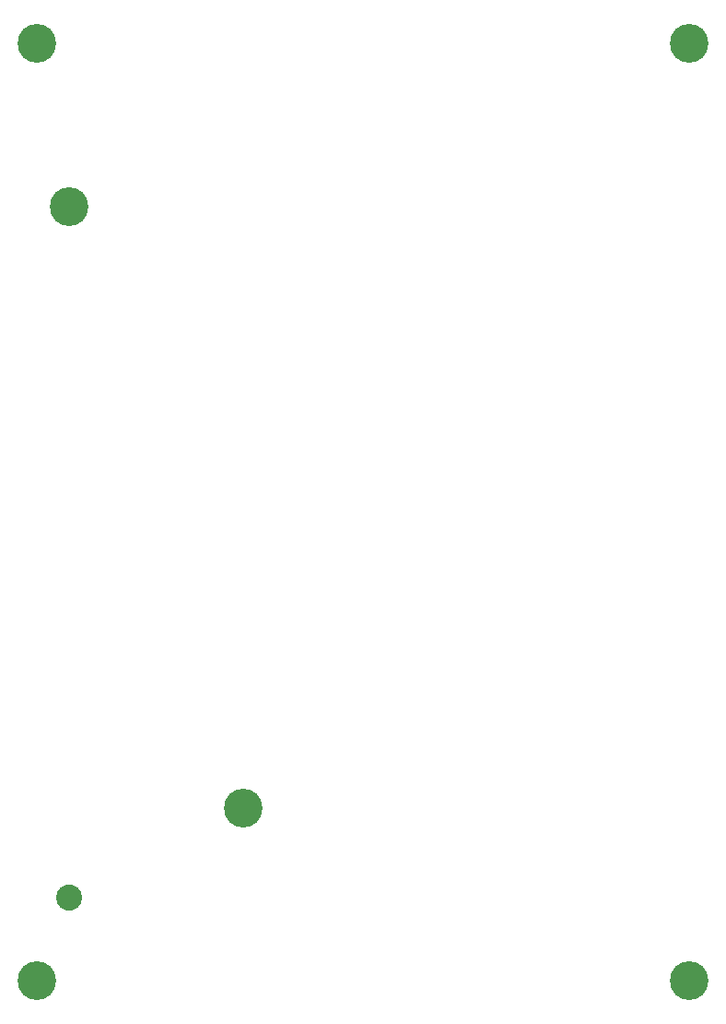
<source format=gbr>
G04 Layer_Color=0*
%FSLAX24Y24*%
%MOIN*%
%TF.FileFunction,NonPlated,1,2,NPTH,Drill*%
%TF.Part,Single*%
G01*
G75*
%TA.AperFunction,ComponentDrill*%
%ADD40C,0.0941*%
%ADD41C,0.1398*%
%TA.AperFunction,OtherDrill,Free Pad (1181.102mil,1299.213mil)*%
%ADD42C,0.1398*%
%TA.AperFunction,OtherDrill,Pad Free-2 (3543.307mil,1299.213mil)*%
%ADD43C,0.1398*%
%TA.AperFunction,OtherDrill,Pad Free-1 (3543.307mil,4685.039mil)*%
%ADD44C,0.1398*%
%TA.AperFunction,OtherDrill,Pad Free-0 (1181.102mil,4685.039mil)*%
%ADD45C,0.1398*%
D40*
X12992Y15976D02*
D03*
D41*
X19291Y19213D02*
D03*
X12992Y40945D02*
D03*
D42*
X11811Y12992D02*
D03*
D43*
X35433Y12992D02*
D03*
D44*
X35433Y46850D02*
D03*
D45*
X11811Y46850D02*
D03*
%TF.MD5,c0638fbcb772ace548009e05db01796e*%
M02*

</source>
